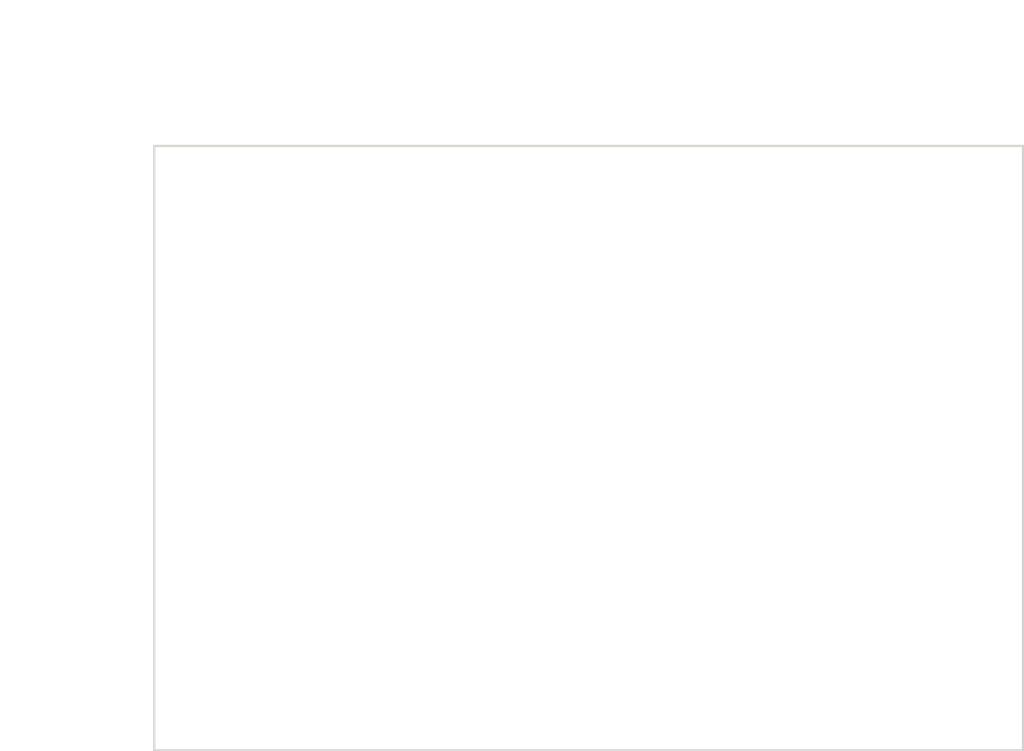
<source format=kicad_pcb>
(kicad_pcb (version 20221018) (generator pcbnew)

  (general
    (thickness 1.6)
  )

  (paper "A4")
  (layers
    (0 "F.Cu" signal)
    (31 "B.Cu" signal)
    (32 "B.Adhes" user "B.Adhesive")
    (33 "F.Adhes" user "F.Adhesive")
    (34 "B.Paste" user)
    (35 "F.Paste" user)
    (36 "B.SilkS" user "B.Silkscreen")
    (37 "F.SilkS" user "F.Silkscreen")
    (38 "B.Mask" user)
    (39 "F.Mask" user)
    (40 "Dwgs.User" user "User.Drawings")
    (41 "Cmts.User" user "User.Comments")
    (42 "Eco1.User" user "User.Eco1")
    (43 "Eco2.User" user "User.Eco2")
    (44 "Edge.Cuts" user)
    (45 "Margin" user)
    (46 "B.CrtYd" user "B.Courtyard")
    (47 "F.CrtYd" user "F.Courtyard")
    (48 "B.Fab" user)
    (49 "F.Fab" user)
  )

  (setup
    (pad_to_mask_clearance 0.051)
    (solder_mask_min_width 0.25)
    (pcbplotparams
      (layerselection 0x00010fc_ffffffff)
      (plot_on_all_layers_selection 0x0000000_00000000)
      (disableapertmacros false)
      (usegerberextensions false)
      (usegerberattributes false)
      (usegerberadvancedattributes false)
      (creategerberjobfile false)
      (dashed_line_dash_ratio 12.000000)
      (dashed_line_gap_ratio 3.000000)
      (svgprecision 4)
      (plotframeref false)
      (viasonmask false)
      (mode 1)
      (useauxorigin false)
      (hpglpennumber 1)
      (hpglpenspeed 20)
      (hpglpendiameter 15.000000)
      (dxfpolygonmode true)
      (dxfimperialunits true)
      (dxfusepcbnewfont true)
      (psnegative false)
      (psa4output false)
      (plotreference true)
      (plotvalue true)
      (plotinvisibletext false)
      (sketchpadsonfab false)
      (subtractmaskfromsilk false)
      (outputformat 1)
      (mirror false)
      (drillshape 1)
      (scaleselection 1)
      (outputdirectory "")
    )
  )

  (net 0 "")

  (gr_line (start 128.87 53.305) (end 162.325388 53.305)
    (stroke (width 0.2) (type solid)) (layer "Dwgs.User") (tstamp 121f4d39-2673-4a5b-9dfa-57cb1c88bba3))
  (gr_line (start 126.87 62.305) (end 126.87 50.13)
    (stroke (width 0.2) (type solid)) (layer "Dwgs.User") (tstamp 1412e013-7a1a-46f0-8624-a174fc2af9e3))
  (gr_line (start 116.869999 65.305001) (end 116.869999 87.247565)
    (stroke (width 0.2) (type solid)) (layer "Dwgs.User") (tstamp 32b7d372-86d2-43c1-8878-0b28ae0995fa))
  (gr_line (start 203.87 53.305) (end 170.414611 53.305)
    (stroke (width 0.2) (type solid)) (layer "Dwgs.User") (tstamp 39a0ed7f-f664-49b0-b068-46e7259d0635))
  (gr_line (start 116.869999 116.305) (end 116.869999 94.362436)
    (stroke (width 0.2) (type solid)) (layer "Dwgs.User") (tstamp 58758092-3aa6-4648-9bde-53b31b1a97d7))
  (gr_line (start 205.87 62.305) (end 205.87 50.13)
    (stroke (width 0.2) (type solid)) (layer "Dwgs.User") (tstamp 7faec417-852e-42ca-bfa7-799a25b1ed97))
  (gr_line (start 125.87 118.305) (end 113.694999 118.305001)
    (stroke (width 0.2) (type solid)) (layer "Dwgs.User") (tstamp bba9c541-56bf-4e2c-8a23-087add833487))
  (gr_line (start 125.87 63.305) (end 113.694999 63.305)
    (stroke (width 0.2) (type solid)) (layer "Dwgs.User") (tstamp de780672-284d-448c-87f4-19590be4326f))
  (gr_line (start 126.87 63.305) (end 126.87 118.305001)
    (stroke (width 0.2) (type solid)) (layer "Edge.Cuts") (tstamp 4a7cbb20-a291-4a9f-bab2-4805470392f0))
  (gr_line (start 205.87 63.305) (end 126.87 63.305)
    (stroke (width 0.2) (type solid)) (layer "Edge.Cuts") (tstamp 7e339923-a45f-44ea-9e49-752e5ce80623))
  (gr_line (start 126.87 118.305001) (end 205.869999 118.305)
    (stroke (width 0.2) (type solid)) (layer "Edge.Cuts") (tstamp 803d9f81-b7b5-4b60-b3eb-02ca5a7db277))
  (gr_line (start 205.869999 118.305) (end 205.87 63.305)
    (stroke (width 0.2) (type solid)) (layer "Edge.Cuts") (tstamp f8866268-1cce-4ccb-a6e9-db2e4daa2c6e))
  (gr_text " 79.00" (at 166.37 51.637026) (layer "Dwgs.User") (tstamp 5848abb8-4171-4e89-acb3-ddcc14323598)
    (effects (font (size 1.7 1.53) (thickness 0.2125)))
  )
  (gr_text " 55.00" (at 116.869999 89.137026) (layer "Dwgs.User") (tstamp 8720df57-df53-4674-b596-ea780bbf1667)
    (effects (font (size 1.7 1.53) (thickness 0.2125)))
  )
  (gr_text "[3.11]" (at 166.37 55.194462) (layer "Dwgs.User") (tstamp 9bc505e2-6334-4acc-b83e-435edd05c77d)
    (effects (font (size 1.7 1.53) (thickness 0.2125)))
  )
  (gr_text "[2.17]" (at 116.869999 92.694462) (layer "Dwgs.User") (tstamp bb81681b-746e-4743-878f-ef317b2d924f)
    (effects (font (size 1.7 1.53) (thickness 0.2125)))
  )

)

</source>
